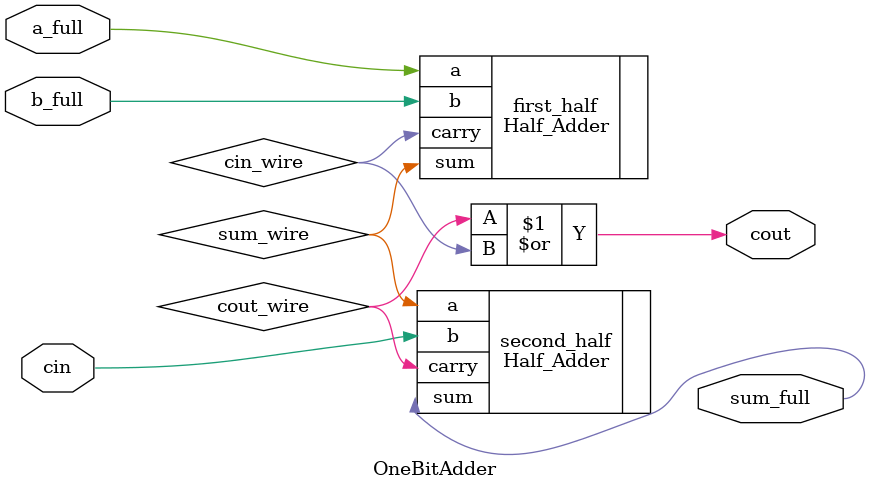
<source format=v>
`timescale 1ns / 1ps


module OneBitAdder(
    input a_full, b_full, cin,
    output sum_full, cout
    );
    wire cin_wire, sum_wire, cout_wire;
    
    Half_Adder first_half(.a(a_full), .b(b_full), 
    .sum(sum_wire), .carry(cin_wire));
    
    Half_Adder second_half(.a(sum_wire), .b(cin), 
    .sum(sum_full), .carry(cout_wire));
    
    or(cout, cout_wire, cin_wire);
endmodule

</source>
